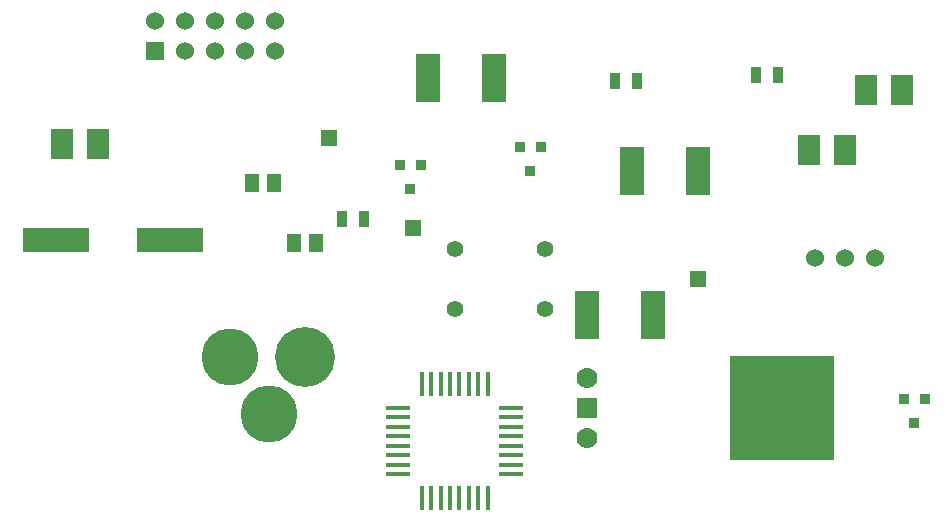
<source format=gtl>
G04 (created by PCBNEW-RS274X (2011-07-20 BZR 3052)-stable) date Sat 10 Sep 2011 12:05:51 AM CEST*
G01*
G70*
G90*
%MOIN*%
G04 Gerber Fmt 3.4, Leading zero omitted, Abs format*
%FSLAX34Y34*%
G04 APERTURE LIST*
%ADD10C,0.006000*%
%ADD11C,0.060000*%
%ADD12R,0.078700X0.017700*%
%ADD13R,0.017700X0.078700*%
%ADD14C,0.055000*%
%ADD15R,0.036000X0.036000*%
%ADD16R,0.080000X0.160000*%
%ADD17R,0.035000X0.055000*%
%ADD18R,0.055000X0.055000*%
%ADD19R,0.350000X0.350000*%
%ADD20C,0.070000*%
%ADD21R,0.070000X0.070000*%
%ADD22R,0.060000X0.060000*%
%ADD23C,0.190000*%
%ADD24C,0.200000*%
%ADD25R,0.220500X0.082700*%
%ADD26R,0.076800X0.098400*%
%ADD27R,0.051200X0.059000*%
G04 APERTURE END LIST*
G54D10*
G54D11*
X56300Y-27300D03*
X57300Y-27300D03*
X58300Y-27300D03*
G54D12*
X42404Y-34493D03*
X42404Y-34178D03*
X42404Y-33863D03*
X42404Y-33548D03*
X42404Y-33233D03*
X42404Y-32918D03*
X42404Y-32603D03*
X42404Y-32288D03*
X46170Y-32290D03*
X46170Y-34500D03*
X46170Y-34180D03*
X46170Y-33860D03*
X46170Y-33550D03*
X46170Y-33230D03*
X46170Y-32920D03*
X46170Y-32600D03*
G54D13*
X43188Y-31500D03*
X43502Y-31500D03*
X43818Y-31500D03*
X44132Y-31500D03*
X44448Y-31500D03*
X44762Y-31500D03*
X45078Y-31500D03*
X45392Y-31500D03*
X43190Y-35280D03*
X43500Y-35280D03*
X43820Y-35280D03*
X44130Y-35280D03*
X44440Y-35280D03*
X44760Y-35280D03*
X45080Y-35280D03*
X45400Y-35280D03*
G54D14*
X47300Y-27000D03*
X47300Y-29000D03*
X44300Y-27000D03*
X44300Y-29000D03*
G54D15*
X59250Y-32000D03*
X59950Y-32000D03*
X59600Y-32800D03*
X46450Y-23600D03*
X47150Y-23600D03*
X46800Y-24400D03*
X42450Y-24200D03*
X43150Y-24200D03*
X42800Y-25000D03*
G54D16*
X50200Y-24400D03*
X52400Y-24400D03*
X45600Y-21300D03*
X43400Y-21300D03*
X48700Y-29200D03*
X50900Y-29200D03*
G54D17*
X49625Y-21400D03*
X50375Y-21400D03*
X54325Y-21200D03*
X55075Y-21200D03*
X40525Y-26000D03*
X41275Y-26000D03*
G54D18*
X52400Y-28000D03*
X42900Y-26300D03*
X40100Y-23300D03*
G54D19*
X55200Y-32300D03*
G54D20*
X48700Y-31300D03*
G54D21*
X48700Y-32300D03*
G54D20*
X48700Y-33300D03*
G54D22*
X34300Y-20400D03*
G54D11*
X34300Y-19400D03*
X35300Y-20400D03*
X35300Y-19400D03*
X36300Y-20400D03*
X36300Y-19400D03*
X37300Y-20400D03*
X37300Y-19400D03*
X38300Y-20400D03*
X38300Y-19400D03*
G54D23*
X38100Y-32500D03*
X36800Y-30600D03*
G54D24*
X39300Y-30600D03*
G54D25*
X30991Y-26700D03*
X34809Y-26700D03*
G54D26*
X59200Y-21700D03*
X58000Y-21700D03*
X57300Y-23700D03*
X56100Y-23700D03*
X32400Y-23500D03*
X31200Y-23500D03*
G54D27*
X38275Y-24800D03*
X37525Y-24800D03*
X39675Y-26800D03*
X38925Y-26800D03*
M02*

</source>
